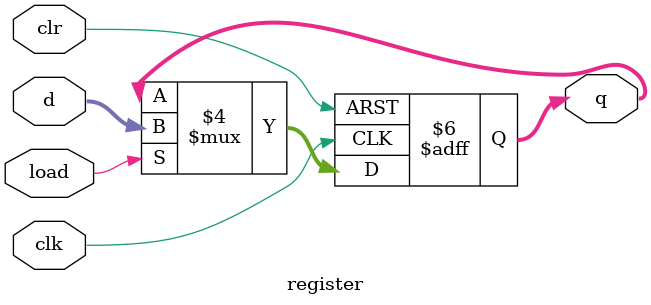
<source format=v>
`timescale 1ns / 1ps
module register
  #(parameter N = 8)
   (input wire load,
    input wire clk,
    input wire clr,
    input wire [N-1:0] d,
    output reg [N-1:0] q);

   always @(posedge clk or posedge clr)
     if (clr == 1)
       q <= 0;
     else if (load == 1)
       q <= d;

endmodule

</source>
